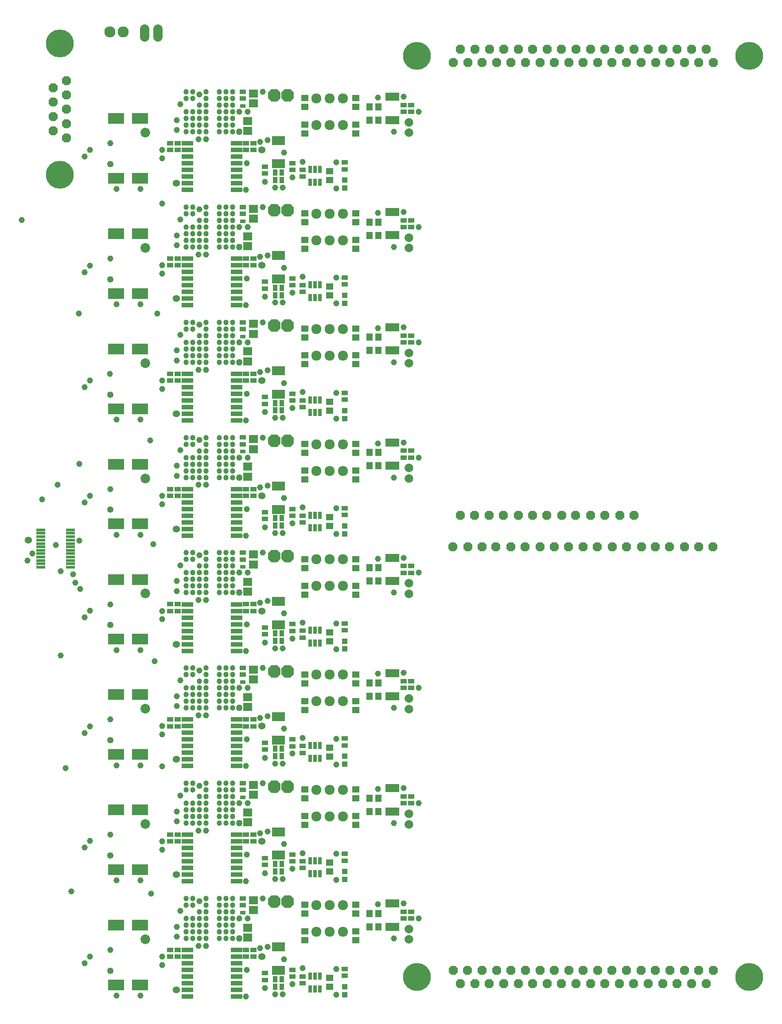
<source format=gts>
G75*
%MOIN*%
%OFA0B0*%
%FSLAX25Y25*%
%IPPOS*%
%LPD*%
%AMOC8*
5,1,8,0,0,1.08239X$1,22.5*
%
%ADD10R,0.04528X0.03740*%
%ADD11R,0.02984X0.05784*%
%ADD12R,0.03740X0.04528*%
%ADD13R,0.06890X0.06102*%
%ADD14R,0.02184X0.06584*%
%ADD15R,0.08784X0.03184*%
%ADD16C,0.05543*%
%ADD17C,0.06528*%
%ADD18R,0.02784X0.06384*%
%ADD19R,0.02087X0.02677*%
%ADD20R,0.05315X0.04921*%
%ADD21C,0.04055*%
%ADD22OC8,0.06000*%
%ADD23OC8,0.06984*%
%ADD24C,0.20000*%
%ADD25C,0.20984*%
%ADD26R,0.06784X0.02384*%
%ADD27C,0.06000*%
%ADD28C,0.06984*%
%ADD29C,0.07400*%
%ADD30C,0.08384*%
%ADD31R,0.04921X0.05315*%
%ADD32R,0.12008X0.08465*%
%ADD33C,0.07283*%
%ADD34C,0.04921*%
%ADD35R,0.04134X0.04134*%
%ADD36C,0.06600*%
%ADD37C,0.07584*%
%ADD38OC8,0.08500*%
%ADD39OC8,0.09484*%
%ADD40C,0.03575*%
%ADD41C,0.04559*%
%ADD42C,0.04362*%
%ADD43C,0.05346*%
%ADD44C,0.03969*%
%ADD45C,0.04953*%
D10*
X0154925Y0124272D03*
X0154925Y0129390D03*
X0160550Y0129390D03*
X0160550Y0124272D03*
X0211800Y0124272D03*
X0211800Y0129390D03*
X0217425Y0129390D03*
X0217425Y0124272D03*
X0226175Y0111890D03*
X0226175Y0106772D03*
X0246800Y0109272D03*
X0246800Y0114390D03*
X0254300Y0109390D03*
X0254300Y0104272D03*
X0286175Y0109897D03*
X0286175Y0115015D03*
X0330550Y0153022D03*
X0330550Y0158140D03*
X0336175Y0158140D03*
X0336175Y0153022D03*
X0286175Y0196511D03*
X0286175Y0201629D03*
X0254300Y0196004D03*
X0254300Y0190886D03*
X0246800Y0195886D03*
X0246800Y0201004D03*
X0226175Y0198504D03*
X0226175Y0193386D03*
X0217425Y0210886D03*
X0217425Y0216004D03*
X0211800Y0216004D03*
X0211800Y0210886D03*
X0209300Y0249636D03*
X0209300Y0254754D03*
X0226175Y0280000D03*
X0226175Y0285118D03*
X0217425Y0297500D03*
X0217425Y0302618D03*
X0211800Y0302618D03*
X0211800Y0297500D03*
X0209300Y0336250D03*
X0209300Y0341368D03*
X0226175Y0366614D03*
X0226175Y0371732D03*
X0217425Y0384114D03*
X0217425Y0389232D03*
X0211800Y0389232D03*
X0211800Y0384114D03*
X0209300Y0422864D03*
X0209300Y0427982D03*
X0226175Y0453228D03*
X0226175Y0458347D03*
X0217425Y0470728D03*
X0217425Y0475847D03*
X0211800Y0475847D03*
X0211800Y0470728D03*
X0209300Y0509478D03*
X0209300Y0514597D03*
X0226175Y0539843D03*
X0226175Y0544961D03*
X0217425Y0557343D03*
X0217425Y0562461D03*
X0211800Y0562461D03*
X0211800Y0557343D03*
X0209300Y0596093D03*
X0209300Y0601211D03*
X0226175Y0626457D03*
X0226175Y0631575D03*
X0217425Y0643957D03*
X0217425Y0649075D03*
X0211800Y0649075D03*
X0211800Y0643957D03*
X0209300Y0682707D03*
X0209300Y0687825D03*
X0226175Y0713071D03*
X0226175Y0718189D03*
X0217425Y0730571D03*
X0217425Y0735689D03*
X0211800Y0735689D03*
X0211800Y0730571D03*
X0209300Y0769321D03*
X0209300Y0774439D03*
X0246800Y0720689D03*
X0246800Y0715571D03*
X0254300Y0715689D03*
X0254300Y0710571D03*
X0286175Y0716196D03*
X0286175Y0721314D03*
X0330550Y0759321D03*
X0330550Y0764439D03*
X0336175Y0764439D03*
X0336175Y0759321D03*
X0336175Y0677825D03*
X0336175Y0672707D03*
X0330550Y0672707D03*
X0330550Y0677825D03*
X0286175Y0634700D03*
X0286175Y0629582D03*
X0254300Y0629075D03*
X0254300Y0623957D03*
X0246800Y0628957D03*
X0246800Y0634075D03*
X0246800Y0547461D03*
X0246800Y0542343D03*
X0254300Y0542461D03*
X0254300Y0537343D03*
X0286175Y0542968D03*
X0286175Y0548086D03*
X0330550Y0586093D03*
X0330550Y0591211D03*
X0336175Y0591211D03*
X0336175Y0586093D03*
X0336175Y0504597D03*
X0336175Y0499478D03*
X0330550Y0499478D03*
X0330550Y0504597D03*
X0286175Y0461472D03*
X0286175Y0456353D03*
X0254300Y0455847D03*
X0254300Y0450728D03*
X0246800Y0455728D03*
X0246800Y0460847D03*
X0246800Y0374232D03*
X0246800Y0369114D03*
X0254300Y0369232D03*
X0254300Y0364114D03*
X0286175Y0369739D03*
X0286175Y0374857D03*
X0330550Y0412864D03*
X0330550Y0417982D03*
X0336175Y0417982D03*
X0336175Y0412864D03*
X0336175Y0331368D03*
X0336175Y0326250D03*
X0330550Y0326250D03*
X0330550Y0331368D03*
X0286175Y0288243D03*
X0286175Y0283125D03*
X0254300Y0282618D03*
X0254300Y0277500D03*
X0246800Y0282500D03*
X0246800Y0287618D03*
X0209300Y0168140D03*
X0209300Y0163022D03*
X0160550Y0210886D03*
X0160550Y0216004D03*
X0154925Y0216004D03*
X0154925Y0210886D03*
X0154925Y0297500D03*
X0154925Y0302618D03*
X0160550Y0302618D03*
X0160550Y0297500D03*
X0160550Y0384114D03*
X0160550Y0389232D03*
X0154925Y0389232D03*
X0154925Y0384114D03*
X0154925Y0470728D03*
X0154925Y0475847D03*
X0160550Y0475847D03*
X0160550Y0470728D03*
X0160550Y0557343D03*
X0160550Y0562461D03*
X0154925Y0562461D03*
X0154925Y0557343D03*
X0154925Y0643957D03*
X0154925Y0649075D03*
X0160550Y0649075D03*
X0160550Y0643957D03*
X0160550Y0730571D03*
X0160550Y0735689D03*
X0154925Y0735689D03*
X0154925Y0730571D03*
X0330550Y0244754D03*
X0330550Y0239636D03*
X0336175Y0239636D03*
X0336175Y0244754D03*
D11*
X0267375Y0273384D03*
X0263675Y0273384D03*
X0259975Y0273384D03*
X0259975Y0282984D03*
X0263675Y0282984D03*
X0267375Y0282984D03*
X0267375Y0359998D03*
X0263675Y0359998D03*
X0259975Y0359998D03*
X0259975Y0369598D03*
X0263675Y0369598D03*
X0267375Y0369598D03*
X0267375Y0446612D03*
X0263675Y0446612D03*
X0259975Y0446612D03*
X0259975Y0456212D03*
X0263675Y0456212D03*
X0267375Y0456212D03*
X0267375Y0533227D03*
X0263675Y0533227D03*
X0259975Y0533227D03*
X0259975Y0542827D03*
X0263675Y0542827D03*
X0267375Y0542827D03*
X0267375Y0619841D03*
X0263675Y0619841D03*
X0259975Y0619841D03*
X0259975Y0629441D03*
X0263675Y0629441D03*
X0267375Y0629441D03*
X0267375Y0706455D03*
X0263675Y0706455D03*
X0259975Y0706455D03*
X0259975Y0716055D03*
X0263675Y0716055D03*
X0267375Y0716055D03*
X0267375Y0196370D03*
X0263675Y0196370D03*
X0259975Y0196370D03*
X0259975Y0186770D03*
X0263675Y0186770D03*
X0267375Y0186770D03*
X0267375Y0109756D03*
X0263675Y0109756D03*
X0259975Y0109756D03*
X0259975Y0100156D03*
X0263675Y0100156D03*
X0267375Y0100156D03*
D12*
X0238734Y0101831D03*
X0233616Y0101831D03*
X0233616Y0107456D03*
X0238734Y0107456D03*
X0238734Y0188445D03*
X0233616Y0188445D03*
X0233616Y0194070D03*
X0238734Y0194070D03*
X0238734Y0275059D03*
X0233616Y0275059D03*
X0233616Y0280684D03*
X0238734Y0280684D03*
X0238734Y0361673D03*
X0233616Y0361673D03*
X0233616Y0367298D03*
X0238734Y0367298D03*
X0238734Y0448287D03*
X0233616Y0448287D03*
X0233616Y0453912D03*
X0238734Y0453912D03*
X0238734Y0534902D03*
X0233616Y0534902D03*
X0233616Y0540527D03*
X0238734Y0540527D03*
X0238734Y0621516D03*
X0233616Y0621516D03*
X0233616Y0627141D03*
X0238734Y0627141D03*
X0238734Y0708130D03*
X0233616Y0708130D03*
X0233616Y0713755D03*
X0238734Y0713755D03*
D13*
X0217425Y0686506D03*
X0217425Y0679026D03*
X0213050Y0665881D03*
X0213050Y0658401D03*
X0217425Y0599892D03*
X0217425Y0592411D03*
X0213050Y0579267D03*
X0213050Y0571786D03*
X0217425Y0513278D03*
X0217425Y0505797D03*
X0213050Y0492653D03*
X0213050Y0485172D03*
X0217425Y0426663D03*
X0217425Y0419183D03*
X0213050Y0406038D03*
X0213050Y0398558D03*
X0217425Y0340049D03*
X0217425Y0332569D03*
X0213050Y0319424D03*
X0213050Y0311944D03*
X0217425Y0253435D03*
X0217425Y0245955D03*
X0213050Y0232810D03*
X0213050Y0225330D03*
X0217425Y0166821D03*
X0217425Y0159341D03*
X0213050Y0146196D03*
X0213050Y0138716D03*
X0213050Y0745015D03*
X0213050Y0752495D03*
X0217425Y0765640D03*
X0217425Y0773120D03*
D14*
X0232431Y0737867D03*
X0234331Y0737867D03*
X0236331Y0737867D03*
X0238331Y0737867D03*
X0240231Y0737867D03*
X0240231Y0720267D03*
X0238331Y0720267D03*
X0236331Y0720267D03*
X0234331Y0720267D03*
X0232431Y0720267D03*
X0232431Y0651253D03*
X0234331Y0651253D03*
X0236331Y0651253D03*
X0238331Y0651253D03*
X0240231Y0651253D03*
X0240231Y0633653D03*
X0238331Y0633653D03*
X0236331Y0633653D03*
X0234331Y0633653D03*
X0232431Y0633653D03*
X0232431Y0564639D03*
X0234331Y0564639D03*
X0236331Y0564639D03*
X0238331Y0564639D03*
X0240231Y0564639D03*
X0240231Y0547039D03*
X0238331Y0547039D03*
X0236331Y0547039D03*
X0234331Y0547039D03*
X0232431Y0547039D03*
X0232431Y0478025D03*
X0234331Y0478025D03*
X0236331Y0478025D03*
X0238331Y0478025D03*
X0240231Y0478025D03*
X0240231Y0460425D03*
X0238331Y0460425D03*
X0236331Y0460425D03*
X0234331Y0460425D03*
X0232431Y0460425D03*
X0232431Y0391411D03*
X0234331Y0391411D03*
X0236331Y0391411D03*
X0238331Y0391411D03*
X0240231Y0391411D03*
X0240231Y0373811D03*
X0238331Y0373811D03*
X0236331Y0373811D03*
X0234331Y0373811D03*
X0232431Y0373811D03*
X0232431Y0304797D03*
X0234331Y0304797D03*
X0236331Y0304797D03*
X0238331Y0304797D03*
X0240231Y0304797D03*
X0240231Y0287197D03*
X0238331Y0287197D03*
X0236331Y0287197D03*
X0234331Y0287197D03*
X0232431Y0287197D03*
X0232431Y0218182D03*
X0234331Y0218182D03*
X0236331Y0218182D03*
X0238331Y0218182D03*
X0240231Y0218182D03*
X0240231Y0200582D03*
X0238331Y0200582D03*
X0236331Y0200582D03*
X0234331Y0200582D03*
X0232431Y0200582D03*
X0232431Y0131568D03*
X0234331Y0131568D03*
X0236331Y0131568D03*
X0238331Y0131568D03*
X0240231Y0131568D03*
X0240231Y0113968D03*
X0238331Y0113968D03*
X0236331Y0113968D03*
X0234331Y0113968D03*
X0232431Y0113968D03*
D15*
X0204675Y0114331D03*
X0204675Y0119331D03*
X0204675Y0124331D03*
X0204675Y0129331D03*
X0204675Y0109331D03*
X0204675Y0104331D03*
X0204675Y0099331D03*
X0204675Y0094331D03*
X0167675Y0094331D03*
X0167675Y0099331D03*
X0167675Y0104331D03*
X0167675Y0109331D03*
X0167675Y0114331D03*
X0167675Y0119331D03*
X0167675Y0124331D03*
X0167675Y0129331D03*
X0167675Y0180945D03*
X0167675Y0185945D03*
X0167675Y0190945D03*
X0167675Y0195945D03*
X0167675Y0200945D03*
X0167675Y0205945D03*
X0167675Y0210945D03*
X0167675Y0215945D03*
X0204675Y0215945D03*
X0204675Y0210945D03*
X0204675Y0205945D03*
X0204675Y0200945D03*
X0204675Y0195945D03*
X0204675Y0190945D03*
X0204675Y0185945D03*
X0204675Y0180945D03*
X0204675Y0267559D03*
X0204675Y0272559D03*
X0204675Y0277559D03*
X0204675Y0282559D03*
X0204675Y0287559D03*
X0204675Y0292559D03*
X0204675Y0297559D03*
X0204675Y0302559D03*
X0167675Y0302559D03*
X0167675Y0297559D03*
X0167675Y0292559D03*
X0167675Y0287559D03*
X0167675Y0282559D03*
X0167675Y0277559D03*
X0167675Y0272559D03*
X0167675Y0267559D03*
X0167675Y0354173D03*
X0167675Y0359173D03*
X0167675Y0364173D03*
X0167675Y0369173D03*
X0167675Y0374173D03*
X0167675Y0379173D03*
X0167675Y0384173D03*
X0167675Y0389173D03*
X0204675Y0389173D03*
X0204675Y0384173D03*
X0204675Y0379173D03*
X0204675Y0374173D03*
X0204675Y0369173D03*
X0204675Y0364173D03*
X0204675Y0359173D03*
X0204675Y0354173D03*
X0204675Y0440787D03*
X0204675Y0445787D03*
X0204675Y0450787D03*
X0204675Y0455787D03*
X0204675Y0460787D03*
X0204675Y0465787D03*
X0204675Y0470787D03*
X0204675Y0475787D03*
X0167675Y0475787D03*
X0167675Y0470787D03*
X0167675Y0465787D03*
X0167675Y0460787D03*
X0167675Y0455787D03*
X0167675Y0450787D03*
X0167675Y0445787D03*
X0167675Y0440787D03*
X0167675Y0527402D03*
X0167675Y0532402D03*
X0167675Y0537402D03*
X0167675Y0542402D03*
X0167675Y0547402D03*
X0167675Y0552402D03*
X0167675Y0557402D03*
X0167675Y0562402D03*
X0204675Y0562402D03*
X0204675Y0557402D03*
X0204675Y0552402D03*
X0204675Y0547402D03*
X0204675Y0542402D03*
X0204675Y0537402D03*
X0204675Y0532402D03*
X0204675Y0527402D03*
X0204675Y0614016D03*
X0204675Y0619016D03*
X0204675Y0624016D03*
X0204675Y0629016D03*
X0204675Y0634016D03*
X0204675Y0639016D03*
X0204675Y0644016D03*
X0204675Y0649016D03*
X0167675Y0649016D03*
X0167675Y0644016D03*
X0167675Y0639016D03*
X0167675Y0634016D03*
X0167675Y0629016D03*
X0167675Y0624016D03*
X0167675Y0619016D03*
X0167675Y0614016D03*
X0167675Y0700630D03*
X0167675Y0705630D03*
X0167675Y0710630D03*
X0167675Y0715630D03*
X0167675Y0720630D03*
X0167675Y0725630D03*
X0167675Y0730630D03*
X0167675Y0735630D03*
X0204675Y0735630D03*
X0204675Y0730630D03*
X0204675Y0725630D03*
X0204675Y0720630D03*
X0204675Y0715630D03*
X0204675Y0710630D03*
X0204675Y0705630D03*
X0204675Y0700630D03*
D16*
X0334300Y0664828D03*
X0334300Y0656954D03*
X0334300Y0578214D03*
X0334300Y0570340D03*
X0334300Y0491599D03*
X0334300Y0483725D03*
X0334300Y0404985D03*
X0334300Y0397111D03*
X0334300Y0318371D03*
X0334300Y0310497D03*
X0334300Y0231757D03*
X0334300Y0223883D03*
X0334300Y0145143D03*
X0334300Y0137269D03*
X0334300Y0743568D03*
X0334300Y0751442D03*
D17*
X0334300Y0751442D03*
X0334300Y0743568D03*
X0334300Y0664828D03*
X0334300Y0656954D03*
X0334300Y0578214D03*
X0334300Y0570340D03*
X0334300Y0491599D03*
X0334300Y0483725D03*
X0334300Y0404985D03*
X0334300Y0397111D03*
X0334300Y0318371D03*
X0334300Y0310497D03*
X0334300Y0231757D03*
X0334300Y0223883D03*
X0334300Y0145143D03*
X0334300Y0137269D03*
D18*
X0325600Y0146881D03*
X0323100Y0146881D03*
X0320500Y0146881D03*
X0318000Y0146881D03*
X0318000Y0164281D03*
X0320500Y0164281D03*
X0323100Y0164281D03*
X0325600Y0164281D03*
X0325600Y0233495D03*
X0323100Y0233495D03*
X0320500Y0233495D03*
X0318000Y0233495D03*
X0318000Y0250895D03*
X0320500Y0250895D03*
X0323100Y0250895D03*
X0325600Y0250895D03*
X0325600Y0320109D03*
X0323100Y0320109D03*
X0320500Y0320109D03*
X0318000Y0320109D03*
X0318000Y0337509D03*
X0320500Y0337509D03*
X0323100Y0337509D03*
X0325600Y0337509D03*
X0325600Y0406723D03*
X0323100Y0406723D03*
X0320500Y0406723D03*
X0318000Y0406723D03*
X0318000Y0424123D03*
X0320500Y0424123D03*
X0323100Y0424123D03*
X0325600Y0424123D03*
X0325600Y0493337D03*
X0323100Y0493337D03*
X0320500Y0493337D03*
X0318000Y0493337D03*
X0318000Y0510737D03*
X0320500Y0510737D03*
X0323100Y0510737D03*
X0325600Y0510737D03*
X0325600Y0579952D03*
X0323100Y0579952D03*
X0320500Y0579952D03*
X0318000Y0579952D03*
X0318000Y0597352D03*
X0320500Y0597352D03*
X0323100Y0597352D03*
X0325600Y0597352D03*
X0325600Y0666566D03*
X0323100Y0666566D03*
X0320500Y0666566D03*
X0318000Y0666566D03*
X0318000Y0683966D03*
X0320500Y0683966D03*
X0323100Y0683966D03*
X0325600Y0683966D03*
X0325600Y0753180D03*
X0323100Y0753180D03*
X0320500Y0753180D03*
X0318000Y0753180D03*
X0318000Y0770580D03*
X0320500Y0770580D03*
X0323100Y0770580D03*
X0325600Y0770580D03*
D19*
X0210304Y0763755D03*
X0208296Y0763755D03*
X0208296Y0677141D03*
X0210304Y0677141D03*
X0210304Y0590527D03*
X0208296Y0590527D03*
X0208296Y0503912D03*
X0210304Y0503912D03*
X0210304Y0417298D03*
X0208296Y0417298D03*
X0208296Y0330684D03*
X0210304Y0330684D03*
X0210304Y0244070D03*
X0208296Y0244070D03*
X0208296Y0157456D03*
X0210304Y0157456D03*
D20*
X0256175Y0156609D03*
X0256175Y0163302D03*
X0256175Y0143302D03*
X0256175Y0136609D03*
X0274925Y0108302D03*
X0274925Y0101609D03*
X0294300Y0136609D03*
X0294300Y0143302D03*
X0294300Y0156609D03*
X0294300Y0163302D03*
X0274925Y0188223D03*
X0274925Y0194916D03*
X0256175Y0223223D03*
X0256175Y0229916D03*
X0256175Y0243223D03*
X0256175Y0249916D03*
X0274925Y0274838D03*
X0274925Y0281531D03*
X0256175Y0309838D03*
X0256175Y0316531D03*
X0256175Y0329838D03*
X0256175Y0336531D03*
X0274925Y0361452D03*
X0274925Y0368145D03*
X0256175Y0396452D03*
X0256175Y0403145D03*
X0256175Y0416452D03*
X0256175Y0423145D03*
X0274925Y0448066D03*
X0274925Y0454759D03*
X0256175Y0483066D03*
X0256175Y0489759D03*
X0256175Y0503066D03*
X0256175Y0509759D03*
X0274925Y0534680D03*
X0274925Y0541373D03*
X0256175Y0569680D03*
X0256175Y0576373D03*
X0256175Y0589680D03*
X0256175Y0596373D03*
X0274925Y0621294D03*
X0274925Y0627987D03*
X0294300Y0596373D03*
X0294300Y0589680D03*
X0294300Y0576373D03*
X0294300Y0569680D03*
X0294300Y0509759D03*
X0294300Y0503066D03*
X0294300Y0489759D03*
X0294300Y0483066D03*
X0294300Y0423145D03*
X0294300Y0416452D03*
X0294300Y0403145D03*
X0294300Y0396452D03*
X0294300Y0336531D03*
X0294300Y0329838D03*
X0294300Y0316531D03*
X0294300Y0309838D03*
X0294300Y0249916D03*
X0294300Y0243223D03*
X0294300Y0229916D03*
X0294300Y0223223D03*
X0294300Y0656294D03*
X0294300Y0662987D03*
X0294300Y0676294D03*
X0294300Y0682987D03*
X0274925Y0707909D03*
X0274925Y0714601D03*
X0256175Y0682987D03*
X0256175Y0676294D03*
X0256175Y0662987D03*
X0256175Y0656294D03*
X0256175Y0742909D03*
X0256175Y0749601D03*
X0256175Y0762909D03*
X0256175Y0769601D03*
X0294300Y0769601D03*
X0294300Y0762909D03*
X0294300Y0749601D03*
X0294300Y0742909D03*
D21*
X0201800Y0744380D03*
X0201800Y0749380D03*
X0201800Y0754380D03*
X0201800Y0759380D03*
X0201800Y0764380D03*
X0201800Y0769380D03*
X0201800Y0774380D03*
X0196800Y0774380D03*
X0196800Y0769380D03*
X0196800Y0764380D03*
X0196800Y0759380D03*
X0196800Y0754380D03*
X0196800Y0749380D03*
X0196800Y0744380D03*
X0191800Y0744380D03*
X0191800Y0749380D03*
X0191800Y0754380D03*
X0191800Y0759380D03*
X0191800Y0764380D03*
X0191800Y0769380D03*
X0191800Y0774380D03*
X0181800Y0774380D03*
X0181800Y0769380D03*
X0181800Y0764380D03*
X0176800Y0764380D03*
X0176800Y0759380D03*
X0176800Y0754380D03*
X0181800Y0754380D03*
X0181800Y0759380D03*
X0181800Y0749380D03*
X0176800Y0749380D03*
X0176800Y0744380D03*
X0181800Y0744380D03*
X0171800Y0744380D03*
X0171800Y0749380D03*
X0171800Y0754380D03*
X0171800Y0759380D03*
X0166800Y0759380D03*
X0166800Y0754380D03*
X0166800Y0749380D03*
X0166800Y0744380D03*
X0166800Y0769380D03*
X0166800Y0774380D03*
X0171800Y0774380D03*
X0171800Y0769380D03*
X0171800Y0687766D03*
X0166800Y0687766D03*
X0166800Y0682766D03*
X0171800Y0682766D03*
X0176800Y0677766D03*
X0181800Y0677766D03*
X0181800Y0682766D03*
X0181800Y0687766D03*
X0181800Y0672766D03*
X0176800Y0672766D03*
X0171800Y0672766D03*
X0166800Y0672766D03*
X0166800Y0667766D03*
X0171800Y0667766D03*
X0176800Y0667766D03*
X0181800Y0667766D03*
X0181800Y0662766D03*
X0176800Y0662766D03*
X0171800Y0662766D03*
X0166800Y0662766D03*
X0166800Y0657766D03*
X0171800Y0657766D03*
X0176800Y0657766D03*
X0181800Y0657766D03*
X0191800Y0657766D03*
X0191800Y0662766D03*
X0191800Y0667766D03*
X0191800Y0672766D03*
X0191800Y0677766D03*
X0191800Y0682766D03*
X0191800Y0687766D03*
X0196800Y0687766D03*
X0201800Y0687766D03*
X0201800Y0682766D03*
X0196800Y0682766D03*
X0196800Y0677766D03*
X0201800Y0677766D03*
X0201800Y0672766D03*
X0196800Y0672766D03*
X0196800Y0667766D03*
X0201800Y0667766D03*
X0201800Y0662766D03*
X0196800Y0662766D03*
X0196800Y0657766D03*
X0201800Y0657766D03*
X0201800Y0601152D03*
X0196800Y0601152D03*
X0191800Y0601152D03*
X0191800Y0596152D03*
X0196800Y0596152D03*
X0201800Y0596152D03*
X0201800Y0591152D03*
X0196800Y0591152D03*
X0191800Y0591152D03*
X0191800Y0586152D03*
X0196800Y0586152D03*
X0201800Y0586152D03*
X0201800Y0581152D03*
X0196800Y0581152D03*
X0191800Y0581152D03*
X0191800Y0576152D03*
X0196800Y0576152D03*
X0201800Y0576152D03*
X0201800Y0571152D03*
X0196800Y0571152D03*
X0191800Y0571152D03*
X0181800Y0571152D03*
X0181800Y0576152D03*
X0181800Y0581152D03*
X0181800Y0586152D03*
X0181800Y0591152D03*
X0181800Y0596152D03*
X0181800Y0601152D03*
X0171800Y0601152D03*
X0166800Y0601152D03*
X0166800Y0596152D03*
X0171800Y0596152D03*
X0176800Y0591152D03*
X0176800Y0586152D03*
X0171800Y0586152D03*
X0166800Y0586152D03*
X0166800Y0581152D03*
X0171800Y0581152D03*
X0176800Y0581152D03*
X0176800Y0576152D03*
X0171800Y0576152D03*
X0166800Y0576152D03*
X0166800Y0571152D03*
X0171800Y0571152D03*
X0176800Y0571152D03*
X0171800Y0514537D03*
X0171800Y0509537D03*
X0166800Y0509537D03*
X0166800Y0514537D03*
X0166800Y0499537D03*
X0166800Y0494537D03*
X0166800Y0489537D03*
X0166800Y0484537D03*
X0171800Y0484537D03*
X0176800Y0484537D03*
X0181800Y0484537D03*
X0181800Y0489537D03*
X0176800Y0489537D03*
X0171800Y0489537D03*
X0171800Y0494537D03*
X0176800Y0494537D03*
X0181800Y0494537D03*
X0181800Y0499537D03*
X0176800Y0499537D03*
X0171800Y0499537D03*
X0176800Y0504537D03*
X0181800Y0504537D03*
X0181800Y0509537D03*
X0181800Y0514537D03*
X0191800Y0514537D03*
X0191800Y0509537D03*
X0191800Y0504537D03*
X0191800Y0499537D03*
X0191800Y0494537D03*
X0191800Y0489537D03*
X0191800Y0484537D03*
X0196800Y0484537D03*
X0201800Y0484537D03*
X0201800Y0489537D03*
X0196800Y0489537D03*
X0196800Y0494537D03*
X0201800Y0494537D03*
X0201800Y0499537D03*
X0196800Y0499537D03*
X0196800Y0504537D03*
X0201800Y0504537D03*
X0201800Y0509537D03*
X0196800Y0509537D03*
X0196800Y0514537D03*
X0201800Y0514537D03*
X0201800Y0427923D03*
X0201800Y0422923D03*
X0201800Y0417923D03*
X0201800Y0412923D03*
X0201800Y0407923D03*
X0201800Y0402923D03*
X0201800Y0397923D03*
X0196800Y0397923D03*
X0191800Y0397923D03*
X0191800Y0402923D03*
X0196800Y0402923D03*
X0196800Y0407923D03*
X0191800Y0407923D03*
X0191800Y0412923D03*
X0196800Y0412923D03*
X0196800Y0417923D03*
X0191800Y0417923D03*
X0191800Y0422923D03*
X0196800Y0422923D03*
X0196800Y0427923D03*
X0191800Y0427923D03*
X0181800Y0427923D03*
X0181800Y0422923D03*
X0181800Y0417923D03*
X0181800Y0412923D03*
X0181800Y0407923D03*
X0181800Y0402923D03*
X0181800Y0397923D03*
X0176800Y0397923D03*
X0171800Y0397923D03*
X0166800Y0397923D03*
X0166800Y0402923D03*
X0171800Y0402923D03*
X0176800Y0402923D03*
X0176800Y0407923D03*
X0171800Y0407923D03*
X0166800Y0407923D03*
X0166800Y0412923D03*
X0171800Y0412923D03*
X0176800Y0412923D03*
X0176800Y0417923D03*
X0171800Y0422923D03*
X0166800Y0422923D03*
X0166800Y0427923D03*
X0171800Y0427923D03*
X0171800Y0341309D03*
X0171800Y0336309D03*
X0166800Y0336309D03*
X0166800Y0341309D03*
X0176800Y0331309D03*
X0176800Y0326309D03*
X0176800Y0321309D03*
X0176800Y0316309D03*
X0176800Y0311309D03*
X0181800Y0311309D03*
X0181800Y0316309D03*
X0181800Y0321309D03*
X0181800Y0326309D03*
X0181800Y0331309D03*
X0181800Y0336309D03*
X0181800Y0341309D03*
X0191800Y0341309D03*
X0191800Y0336309D03*
X0191800Y0331309D03*
X0191800Y0326309D03*
X0191800Y0321309D03*
X0191800Y0316309D03*
X0191800Y0311309D03*
X0196800Y0311309D03*
X0201800Y0311309D03*
X0201800Y0316309D03*
X0196800Y0316309D03*
X0196800Y0321309D03*
X0201800Y0321309D03*
X0201800Y0326309D03*
X0196800Y0326309D03*
X0196800Y0331309D03*
X0201800Y0331309D03*
X0201800Y0336309D03*
X0196800Y0336309D03*
X0196800Y0341309D03*
X0201800Y0341309D03*
X0171800Y0326309D03*
X0171800Y0321309D03*
X0171800Y0316309D03*
X0171800Y0311309D03*
X0166800Y0311309D03*
X0166800Y0316309D03*
X0166800Y0321309D03*
X0166800Y0326309D03*
X0166800Y0254695D03*
X0171800Y0254695D03*
X0171800Y0249695D03*
X0166800Y0249695D03*
X0166800Y0239695D03*
X0171800Y0239695D03*
X0176800Y0239695D03*
X0176800Y0244695D03*
X0181800Y0244695D03*
X0181800Y0249695D03*
X0181800Y0254695D03*
X0191800Y0254695D03*
X0196800Y0254695D03*
X0201800Y0254695D03*
X0201800Y0249695D03*
X0196800Y0249695D03*
X0191800Y0249695D03*
X0191800Y0244695D03*
X0196800Y0244695D03*
X0201800Y0244695D03*
X0201800Y0239695D03*
X0196800Y0239695D03*
X0191800Y0239695D03*
X0191800Y0234695D03*
X0196800Y0234695D03*
X0201800Y0234695D03*
X0201800Y0229695D03*
X0196800Y0229695D03*
X0191800Y0229695D03*
X0191800Y0224695D03*
X0196800Y0224695D03*
X0201800Y0224695D03*
X0181800Y0224695D03*
X0181800Y0229695D03*
X0181800Y0234695D03*
X0181800Y0239695D03*
X0176800Y0234695D03*
X0171800Y0234695D03*
X0166800Y0234695D03*
X0166800Y0229695D03*
X0171800Y0229695D03*
X0176800Y0229695D03*
X0176800Y0224695D03*
X0171800Y0224695D03*
X0166800Y0224695D03*
X0166800Y0168081D03*
X0171800Y0168081D03*
X0171800Y0163081D03*
X0166800Y0163081D03*
X0166800Y0153081D03*
X0171800Y0153081D03*
X0176800Y0153081D03*
X0176800Y0158081D03*
X0181800Y0158081D03*
X0181800Y0163081D03*
X0181800Y0168081D03*
X0191800Y0168081D03*
X0196800Y0168081D03*
X0201800Y0168081D03*
X0201800Y0163081D03*
X0196800Y0163081D03*
X0191800Y0163081D03*
X0191800Y0158081D03*
X0196800Y0158081D03*
X0201800Y0158081D03*
X0201800Y0153081D03*
X0196800Y0153081D03*
X0191800Y0153081D03*
X0191800Y0148081D03*
X0196800Y0148081D03*
X0201800Y0148081D03*
X0201800Y0143081D03*
X0196800Y0143081D03*
X0191800Y0143081D03*
X0191800Y0138081D03*
X0196800Y0138081D03*
X0201800Y0138081D03*
X0181800Y0138081D03*
X0181800Y0143081D03*
X0181800Y0148081D03*
X0181800Y0153081D03*
X0176800Y0148081D03*
X0171800Y0148081D03*
X0166800Y0148081D03*
X0166800Y0143081D03*
X0171800Y0143081D03*
X0176800Y0143081D03*
X0176800Y0138081D03*
X0171800Y0138081D03*
X0166800Y0138081D03*
D22*
X0367750Y0114016D03*
X0378550Y0114016D03*
X0389450Y0114016D03*
X0400350Y0114016D03*
X0411150Y0114016D03*
X0422050Y0114016D03*
X0432950Y0114016D03*
X0443850Y0114016D03*
X0454650Y0114016D03*
X0465550Y0114016D03*
X0476450Y0114016D03*
X0487250Y0114016D03*
X0498150Y0114016D03*
X0509050Y0114016D03*
X0519850Y0114016D03*
X0530750Y0114016D03*
X0541650Y0114016D03*
X0552450Y0114016D03*
X0563350Y0114016D03*
X0557950Y0104016D03*
X0547050Y0104016D03*
X0536150Y0104016D03*
X0525350Y0104016D03*
X0514450Y0104016D03*
X0503550Y0104016D03*
X0492750Y0104016D03*
X0481850Y0104016D03*
X0470950Y0104016D03*
X0460150Y0104016D03*
X0449250Y0104016D03*
X0438350Y0104016D03*
X0427550Y0104016D03*
X0416650Y0104016D03*
X0405750Y0104016D03*
X0394850Y0104016D03*
X0384050Y0104016D03*
X0373150Y0104016D03*
X0378675Y0432357D03*
X0389300Y0432357D03*
X0399925Y0432357D03*
X0411175Y0432357D03*
X0421800Y0432357D03*
X0433050Y0432357D03*
X0443675Y0432357D03*
X0454300Y0432357D03*
X0465550Y0432357D03*
X0476175Y0432357D03*
X0487425Y0432357D03*
X0498050Y0432357D03*
X0509300Y0432357D03*
X0519925Y0432357D03*
X0530550Y0432357D03*
X0541800Y0432357D03*
X0552425Y0432357D03*
X0563050Y0432357D03*
X0503675Y0456107D03*
X0493050Y0456107D03*
X0481800Y0456107D03*
X0471175Y0456107D03*
X0459925Y0456107D03*
X0449300Y0456107D03*
X0438050Y0456107D03*
X0427425Y0456107D03*
X0416800Y0456107D03*
X0405550Y0456107D03*
X0394925Y0456107D03*
X0383675Y0456107D03*
X0373050Y0456107D03*
X0367425Y0432357D03*
X0367750Y0796255D03*
X0373150Y0806255D03*
X0378650Y0796255D03*
X0384050Y0806255D03*
X0389450Y0796255D03*
X0400350Y0796255D03*
X0394950Y0806255D03*
X0405750Y0806255D03*
X0411250Y0796255D03*
X0416650Y0806255D03*
X0422050Y0796255D03*
X0427550Y0806255D03*
X0432950Y0796255D03*
X0438350Y0806255D03*
X0449250Y0806255D03*
X0443850Y0796255D03*
X0454650Y0796255D03*
X0460150Y0806255D03*
X0465550Y0796255D03*
X0470950Y0806255D03*
X0476450Y0796255D03*
X0481850Y0806255D03*
X0487250Y0796255D03*
X0492750Y0806255D03*
X0503650Y0806255D03*
X0509050Y0796255D03*
X0498150Y0796255D03*
X0514450Y0806255D03*
X0519950Y0796255D03*
X0525350Y0806255D03*
X0530750Y0796255D03*
X0536250Y0806255D03*
X0541650Y0796255D03*
X0552550Y0796255D03*
X0557950Y0806255D03*
X0547050Y0806255D03*
X0563350Y0796255D03*
X0076800Y0782855D03*
X0076800Y0772055D03*
X0076800Y0761255D03*
X0066800Y0755855D03*
X0066800Y0745055D03*
X0076800Y0739655D03*
X0076800Y0750455D03*
X0066800Y0766655D03*
X0066800Y0777455D03*
D23*
X0066800Y0777455D03*
X0076800Y0772055D03*
X0076800Y0761255D03*
X0066800Y0755855D03*
X0066800Y0745055D03*
X0076800Y0739655D03*
X0076800Y0750455D03*
X0066800Y0766655D03*
X0076800Y0782855D03*
X0367750Y0796255D03*
X0373150Y0806255D03*
X0378650Y0796255D03*
X0384050Y0806255D03*
X0389450Y0796255D03*
X0400350Y0796255D03*
X0394950Y0806255D03*
X0405750Y0806255D03*
X0411250Y0796255D03*
X0416650Y0806255D03*
X0422050Y0796255D03*
X0427550Y0806255D03*
X0432950Y0796255D03*
X0438350Y0806255D03*
X0449250Y0806255D03*
X0443850Y0796255D03*
X0454650Y0796255D03*
X0460150Y0806255D03*
X0465550Y0796255D03*
X0470950Y0806255D03*
X0476450Y0796255D03*
X0481850Y0806255D03*
X0487250Y0796255D03*
X0492750Y0806255D03*
X0503650Y0806255D03*
X0509050Y0796255D03*
X0498150Y0796255D03*
X0514450Y0806255D03*
X0519950Y0796255D03*
X0525350Y0806255D03*
X0530750Y0796255D03*
X0536250Y0806255D03*
X0541650Y0796255D03*
X0552550Y0796255D03*
X0557950Y0806255D03*
X0547050Y0806255D03*
X0563350Y0796255D03*
X0503675Y0456107D03*
X0493050Y0456107D03*
X0481800Y0456107D03*
X0471175Y0456107D03*
X0459925Y0456107D03*
X0449300Y0456107D03*
X0438050Y0456107D03*
X0427425Y0456107D03*
X0416800Y0456107D03*
X0405550Y0456107D03*
X0394925Y0456107D03*
X0383675Y0456107D03*
X0373050Y0456107D03*
X0367425Y0432357D03*
X0378675Y0432357D03*
X0389300Y0432357D03*
X0399925Y0432357D03*
X0411175Y0432357D03*
X0421800Y0432357D03*
X0433050Y0432357D03*
X0443675Y0432357D03*
X0454300Y0432357D03*
X0465550Y0432357D03*
X0476175Y0432357D03*
X0487425Y0432357D03*
X0498050Y0432357D03*
X0509300Y0432357D03*
X0519925Y0432357D03*
X0530550Y0432357D03*
X0541800Y0432357D03*
X0552425Y0432357D03*
X0563050Y0432357D03*
X0563350Y0114016D03*
X0552450Y0114016D03*
X0541650Y0114016D03*
X0530750Y0114016D03*
X0519850Y0114016D03*
X0509050Y0114016D03*
X0498150Y0114016D03*
X0487250Y0114016D03*
X0476450Y0114016D03*
X0465550Y0114016D03*
X0454650Y0114016D03*
X0443850Y0114016D03*
X0432950Y0114016D03*
X0422050Y0114016D03*
X0411150Y0114016D03*
X0400350Y0114016D03*
X0389450Y0114016D03*
X0378550Y0114016D03*
X0367750Y0114016D03*
X0373150Y0104016D03*
X0384050Y0104016D03*
X0394850Y0104016D03*
X0405750Y0104016D03*
X0416650Y0104016D03*
X0427550Y0104016D03*
X0438350Y0104016D03*
X0449250Y0104016D03*
X0460150Y0104016D03*
X0470950Y0104016D03*
X0481850Y0104016D03*
X0492750Y0104016D03*
X0503550Y0104016D03*
X0514450Y0104016D03*
X0525350Y0104016D03*
X0536150Y0104016D03*
X0547050Y0104016D03*
X0557950Y0104016D03*
D24*
X0590550Y0109016D03*
X0340550Y0109016D03*
X0071800Y0711955D03*
X0071800Y0810555D03*
X0340550Y0801255D03*
X0590550Y0801255D03*
D25*
X0590550Y0801255D03*
X0340550Y0801255D03*
X0071800Y0810555D03*
X0071800Y0711955D03*
X0340550Y0109016D03*
X0590550Y0109016D03*
D26*
X0079775Y0416963D03*
X0079775Y0419563D03*
X0079775Y0422063D03*
X0079775Y0424663D03*
X0079775Y0427263D03*
X0079775Y0429763D03*
X0079775Y0432363D03*
X0079775Y0434863D03*
X0079775Y0437463D03*
X0079775Y0440063D03*
X0079775Y0442563D03*
X0079775Y0445163D03*
X0057575Y0445163D03*
X0057575Y0442563D03*
X0057575Y0440063D03*
X0057575Y0437463D03*
X0057575Y0434863D03*
X0057575Y0432363D03*
X0057575Y0429763D03*
X0057575Y0427263D03*
X0057575Y0424663D03*
X0057575Y0422063D03*
X0057575Y0419563D03*
X0057575Y0416963D03*
D27*
X0135550Y0815755D02*
X0135550Y0821755D01*
X0145550Y0821755D02*
X0145550Y0815755D01*
D28*
X0145550Y0821755D01*
X0135550Y0821755D02*
X0135550Y0815755D01*
D29*
X0119300Y0819380D03*
X0109300Y0819380D03*
D30*
X0109300Y0819380D03*
X0119300Y0819380D03*
D31*
X0304704Y0763130D03*
X0311396Y0763130D03*
X0311396Y0753130D03*
X0304704Y0753130D03*
X0304704Y0676516D03*
X0311396Y0676516D03*
X0311396Y0666516D03*
X0304704Y0666516D03*
X0304704Y0589902D03*
X0311396Y0589902D03*
X0311396Y0579902D03*
X0304704Y0579902D03*
X0304704Y0503287D03*
X0311396Y0503287D03*
X0311396Y0493287D03*
X0304704Y0493287D03*
X0304704Y0416673D03*
X0311396Y0416673D03*
X0311396Y0406673D03*
X0304704Y0406673D03*
X0304704Y0330059D03*
X0311396Y0330059D03*
X0311396Y0320059D03*
X0304704Y0320059D03*
X0304704Y0243445D03*
X0311396Y0243445D03*
X0311396Y0233445D03*
X0304704Y0233445D03*
X0304704Y0156831D03*
X0311396Y0156831D03*
X0311396Y0146831D03*
X0304704Y0146831D03*
D32*
X0132105Y0148022D03*
X0113995Y0148022D03*
X0113995Y0189754D03*
X0132105Y0189754D03*
X0132105Y0234636D03*
X0113995Y0234636D03*
X0113995Y0276368D03*
X0132105Y0276368D03*
X0132105Y0321250D03*
X0113995Y0321250D03*
X0113995Y0362982D03*
X0132105Y0362982D03*
X0132105Y0407864D03*
X0113995Y0407864D03*
X0113995Y0449597D03*
X0132105Y0449597D03*
X0132105Y0494478D03*
X0113995Y0494478D03*
X0113995Y0536211D03*
X0132105Y0536211D03*
X0132105Y0581093D03*
X0113995Y0581093D03*
X0113995Y0622825D03*
X0132105Y0622825D03*
X0132105Y0667707D03*
X0113995Y0667707D03*
X0113995Y0709439D03*
X0132105Y0709439D03*
X0132105Y0754321D03*
X0113995Y0754321D03*
X0113995Y0103140D03*
X0132105Y0103140D03*
D33*
X0136239Y0137392D03*
X0136239Y0224006D03*
X0136239Y0310620D03*
X0136239Y0397234D03*
X0136239Y0483848D03*
X0136239Y0570463D03*
X0136239Y0657077D03*
X0136239Y0743691D03*
D34*
X0109861Y0720069D03*
X0109861Y0633455D03*
X0109861Y0546841D03*
X0109861Y0460226D03*
X0109861Y0373612D03*
X0109861Y0286998D03*
X0109861Y0200384D03*
X0109861Y0113770D03*
D35*
X0286175Y0101659D03*
X0286175Y0095753D03*
X0286175Y0182367D03*
X0286175Y0188273D03*
X0286175Y0268981D03*
X0286175Y0274887D03*
X0286175Y0355596D03*
X0286175Y0361501D03*
X0286175Y0442210D03*
X0286175Y0448115D03*
X0286175Y0528824D03*
X0286175Y0534729D03*
X0286175Y0615438D03*
X0286175Y0621344D03*
X0286175Y0702052D03*
X0286175Y0707958D03*
D36*
X0284925Y0682766D03*
X0274925Y0682766D03*
X0264925Y0682766D03*
X0264925Y0662766D03*
X0274925Y0662766D03*
X0284925Y0662766D03*
X0284925Y0596152D03*
X0274925Y0596152D03*
X0264925Y0596152D03*
X0264925Y0576152D03*
X0274925Y0576152D03*
X0284925Y0576152D03*
X0284925Y0509537D03*
X0274925Y0509537D03*
X0264925Y0509537D03*
X0264925Y0489537D03*
X0274925Y0489537D03*
X0284925Y0489537D03*
X0284925Y0422923D03*
X0274925Y0422923D03*
X0264925Y0422923D03*
X0264925Y0402923D03*
X0274925Y0402923D03*
X0284925Y0402923D03*
X0284925Y0336309D03*
X0274925Y0336309D03*
X0264925Y0336309D03*
X0264925Y0316309D03*
X0274925Y0316309D03*
X0284925Y0316309D03*
X0284925Y0249695D03*
X0274925Y0249695D03*
X0264925Y0249695D03*
X0264925Y0229695D03*
X0274925Y0229695D03*
X0284925Y0229695D03*
X0284925Y0163081D03*
X0274925Y0163081D03*
X0264925Y0163081D03*
X0264925Y0143081D03*
X0274925Y0143081D03*
X0284925Y0143081D03*
X0284925Y0749380D03*
X0274925Y0749380D03*
X0264925Y0749380D03*
X0264925Y0769380D03*
X0274925Y0769380D03*
X0284925Y0769380D03*
D37*
X0284925Y0769380D03*
X0274925Y0769380D03*
X0264925Y0769380D03*
X0264925Y0749380D03*
X0274925Y0749380D03*
X0284925Y0749380D03*
X0284925Y0682766D03*
X0274925Y0682766D03*
X0264925Y0682766D03*
X0264925Y0662766D03*
X0274925Y0662766D03*
X0284925Y0662766D03*
X0284925Y0596152D03*
X0274925Y0596152D03*
X0264925Y0596152D03*
X0264925Y0576152D03*
X0274925Y0576152D03*
X0284925Y0576152D03*
X0284925Y0509537D03*
X0274925Y0509537D03*
X0264925Y0509537D03*
X0264925Y0489537D03*
X0274925Y0489537D03*
X0284925Y0489537D03*
X0284925Y0422923D03*
X0274925Y0422923D03*
X0264925Y0422923D03*
X0264925Y0402923D03*
X0274925Y0402923D03*
X0284925Y0402923D03*
X0284925Y0336309D03*
X0274925Y0336309D03*
X0264925Y0336309D03*
X0264925Y0316309D03*
X0274925Y0316309D03*
X0284925Y0316309D03*
X0284925Y0249695D03*
X0274925Y0249695D03*
X0264925Y0249695D03*
X0264925Y0229695D03*
X0274925Y0229695D03*
X0284925Y0229695D03*
X0284925Y0163081D03*
X0274925Y0163081D03*
X0264925Y0163081D03*
X0264925Y0143081D03*
X0274925Y0143081D03*
X0284925Y0143081D03*
D38*
X0243050Y0165581D03*
X0233050Y0165581D03*
X0233050Y0252195D03*
X0243050Y0252195D03*
X0243050Y0338809D03*
X0233050Y0338809D03*
X0233050Y0425423D03*
X0243050Y0425423D03*
X0243050Y0512037D03*
X0233050Y0512037D03*
X0233050Y0598652D03*
X0243050Y0598652D03*
X0243050Y0685266D03*
X0233050Y0685266D03*
X0233050Y0771880D03*
X0243050Y0771880D03*
D39*
X0243050Y0771880D03*
X0233050Y0771880D03*
X0233050Y0685266D03*
X0243050Y0685266D03*
X0243050Y0598652D03*
X0233050Y0598652D03*
X0233050Y0512037D03*
X0243050Y0512037D03*
X0243050Y0425423D03*
X0233050Y0425423D03*
X0233050Y0338809D03*
X0243050Y0338809D03*
X0243050Y0252195D03*
X0233050Y0252195D03*
X0233050Y0165581D03*
X0243050Y0165581D03*
D40*
X0239300Y0182820D03*
X0233675Y0182820D03*
X0226175Y0187195D03*
X0224300Y0168081D03*
X0211800Y0180945D03*
X0212425Y0200945D03*
X0222425Y0217195D03*
X0228050Y0218445D03*
X0240550Y0209070D03*
X0254300Y0202195D03*
X0246800Y0190320D03*
X0213050Y0153081D03*
X0206800Y0153081D03*
X0222425Y0130581D03*
X0228050Y0131831D03*
X0240550Y0122456D03*
X0254300Y0115581D03*
X0246800Y0103706D03*
X0239300Y0096206D03*
X0233675Y0096206D03*
X0226175Y0100581D03*
X0211800Y0094331D03*
X0212425Y0114331D03*
X0181800Y0132456D03*
X0176175Y0132456D03*
X0159925Y0139331D03*
X0159925Y0146831D03*
X0162425Y0158706D03*
X0176800Y0166206D03*
X0148675Y0204695D03*
X0148675Y0210945D03*
X0159925Y0225945D03*
X0159925Y0233445D03*
X0162425Y0245320D03*
X0148719Y0267416D03*
X0132425Y0268184D03*
X0114300Y0268184D03*
X0090550Y0292505D03*
X0094300Y0297505D03*
X0109925Y0302559D03*
X0143109Y0346427D03*
X0132425Y0354798D03*
X0114300Y0354798D03*
X0090550Y0379380D03*
X0094300Y0384380D03*
X0087007Y0400660D03*
X0083267Y0405335D03*
X0081864Y0411880D03*
X0072514Y0414218D03*
X0068773Y0433853D03*
X0086539Y0437126D03*
X0090550Y0465630D03*
X0094300Y0470630D03*
X0109925Y0475787D03*
X0086539Y0494631D03*
X0070176Y0479203D03*
X0058488Y0467982D03*
X0051008Y0427308D03*
X0047268Y0422165D03*
X0072514Y0350635D03*
X0109925Y0389173D03*
X0142174Y0434321D03*
X0132425Y0441412D03*
X0114300Y0441412D03*
X0148675Y0464537D03*
X0148675Y0470787D03*
X0159925Y0485787D03*
X0159925Y0493287D03*
X0162425Y0505162D03*
X0176800Y0512662D03*
X0176175Y0478912D03*
X0181800Y0478912D03*
X0206800Y0499537D03*
X0213050Y0499537D03*
X0224300Y0514537D03*
X0233675Y0529277D03*
X0239300Y0529277D03*
X0246800Y0536777D03*
X0254300Y0548652D03*
X0240550Y0555527D03*
X0228050Y0564902D03*
X0222425Y0563652D03*
X0212425Y0547402D03*
X0211800Y0527402D03*
X0226175Y0533652D03*
X0213050Y0586152D03*
X0206800Y0586152D03*
X0224300Y0601152D03*
X0233675Y0615891D03*
X0239300Y0615891D03*
X0246800Y0623391D03*
X0254300Y0635266D03*
X0240550Y0642141D03*
X0228050Y0651516D03*
X0222425Y0650266D03*
X0212425Y0634016D03*
X0211800Y0614016D03*
X0226175Y0620266D03*
X0213050Y0672766D03*
X0206800Y0672766D03*
X0224300Y0687766D03*
X0233675Y0702505D03*
X0239300Y0702505D03*
X0246800Y0710005D03*
X0254300Y0721880D03*
X0240550Y0728755D03*
X0228050Y0738130D03*
X0222425Y0736880D03*
X0212425Y0720630D03*
X0211800Y0700630D03*
X0226175Y0706880D03*
X0213050Y0759380D03*
X0206800Y0759380D03*
X0224300Y0774380D03*
X0176800Y0772505D03*
X0162425Y0765005D03*
X0159925Y0753130D03*
X0159925Y0745630D03*
X0148675Y0730630D03*
X0148675Y0724380D03*
X0132425Y0701255D03*
X0114300Y0701255D03*
X0094300Y0730630D03*
X0090550Y0725630D03*
X0109925Y0735630D03*
X0148719Y0690522D03*
X0162425Y0678391D03*
X0159925Y0666516D03*
X0159925Y0659016D03*
X0148675Y0644016D03*
X0148675Y0637766D03*
X0132425Y0614641D03*
X0144979Y0607771D03*
X0162425Y0591777D03*
X0159925Y0579902D03*
X0159925Y0572402D03*
X0148675Y0557402D03*
X0148675Y0551152D03*
X0132425Y0528027D03*
X0139836Y0512397D03*
X0114300Y0528027D03*
X0094300Y0557505D03*
X0090550Y0552505D03*
X0109448Y0562421D03*
X0086072Y0607771D03*
X0114300Y0614641D03*
X0094300Y0643755D03*
X0090550Y0638755D03*
X0109925Y0649016D03*
X0176175Y0652141D03*
X0181800Y0652141D03*
X0176800Y0685891D03*
X0176175Y0738755D03*
X0181800Y0738755D03*
X0176800Y0599277D03*
X0176175Y0565527D03*
X0181800Y0565527D03*
X0222425Y0477037D03*
X0228050Y0478287D03*
X0240550Y0468912D03*
X0254300Y0462037D03*
X0246800Y0450162D03*
X0239300Y0442662D03*
X0233675Y0442662D03*
X0226175Y0447037D03*
X0224300Y0427923D03*
X0211800Y0440787D03*
X0212425Y0460787D03*
X0213050Y0412923D03*
X0206800Y0412923D03*
X0222425Y0390423D03*
X0228050Y0391673D03*
X0240550Y0382298D03*
X0254300Y0375423D03*
X0246800Y0363548D03*
X0239300Y0356048D03*
X0233675Y0356048D03*
X0226175Y0360423D03*
X0224300Y0341309D03*
X0211800Y0354173D03*
X0212425Y0374173D03*
X0181800Y0392298D03*
X0176175Y0392298D03*
X0159925Y0399173D03*
X0159925Y0406673D03*
X0162425Y0418548D03*
X0176800Y0426048D03*
X0148675Y0384173D03*
X0148675Y0377923D03*
X0176800Y0339434D03*
X0162425Y0331934D03*
X0159925Y0320059D03*
X0159925Y0312559D03*
X0148675Y0297559D03*
X0148675Y0291309D03*
X0176175Y0305684D03*
X0181800Y0305684D03*
X0206800Y0326309D03*
X0213050Y0326309D03*
X0222425Y0303809D03*
X0228050Y0305059D03*
X0240550Y0295684D03*
X0254300Y0288809D03*
X0246800Y0276934D03*
X0239300Y0269434D03*
X0233675Y0269434D03*
X0226175Y0273809D03*
X0224300Y0254695D03*
X0211800Y0267559D03*
X0212425Y0287559D03*
X0213050Y0239695D03*
X0206800Y0239695D03*
X0181800Y0219070D03*
X0176175Y0219070D03*
X0176800Y0252820D03*
X0132425Y0181570D03*
X0140304Y0171575D03*
X0114300Y0181570D03*
X0090550Y0206255D03*
X0094300Y0211255D03*
X0109925Y0215945D03*
X0080461Y0173445D03*
X0094300Y0124380D03*
X0090550Y0119380D03*
X0109925Y0129331D03*
X0114300Y0094956D03*
X0132425Y0094956D03*
X0148675Y0118081D03*
X0148675Y0124331D03*
X0076254Y0266014D03*
X0279925Y0268809D03*
X0279925Y0288184D03*
X0311175Y0250320D03*
X0330550Y0250945D03*
X0341800Y0239695D03*
X0323050Y0224695D03*
X0279925Y0201570D03*
X0279925Y0182195D03*
X0311175Y0163706D03*
X0330550Y0164331D03*
X0341800Y0153081D03*
X0323050Y0138081D03*
X0279925Y0114956D03*
X0279925Y0095581D03*
X0323050Y0311309D03*
X0341800Y0326309D03*
X0330550Y0337559D03*
X0311175Y0336934D03*
X0279925Y0355423D03*
X0279925Y0374798D03*
X0311175Y0423548D03*
X0330550Y0424173D03*
X0341800Y0412923D03*
X0323050Y0397923D03*
X0279925Y0442037D03*
X0279925Y0461412D03*
X0311175Y0510162D03*
X0330550Y0510787D03*
X0341800Y0499537D03*
X0323050Y0484537D03*
X0279925Y0528652D03*
X0279925Y0548027D03*
X0311175Y0596777D03*
X0330550Y0597402D03*
X0341800Y0586152D03*
X0323050Y0571152D03*
X0279925Y0615266D03*
X0279925Y0634641D03*
X0311175Y0683391D03*
X0330550Y0684016D03*
X0341800Y0672766D03*
X0323050Y0657766D03*
X0279925Y0701880D03*
X0279925Y0721255D03*
X0311175Y0770005D03*
X0330550Y0770630D03*
X0341800Y0759380D03*
X0323050Y0744380D03*
X0043050Y0678130D03*
D41*
X0090550Y0119380D03*
X0094300Y0124380D03*
X0109925Y0129331D03*
X0114300Y0094956D03*
X0132425Y0094956D03*
X0148675Y0118081D03*
X0148675Y0124331D03*
X0159925Y0139331D03*
X0159925Y0146831D03*
X0162425Y0158706D03*
X0176800Y0166206D03*
X0176175Y0132456D03*
X0181800Y0132456D03*
X0206800Y0153081D03*
X0213050Y0153081D03*
X0224300Y0168081D03*
X0233675Y0182820D03*
X0239300Y0182820D03*
X0246800Y0190320D03*
X0254300Y0202195D03*
X0240550Y0209070D03*
X0228050Y0218445D03*
X0222425Y0217195D03*
X0212425Y0200945D03*
X0226175Y0187195D03*
X0211800Y0180945D03*
X0181800Y0219070D03*
X0176175Y0219070D03*
X0159925Y0225945D03*
X0159925Y0233445D03*
X0162425Y0245320D03*
X0148719Y0267416D03*
X0132425Y0268184D03*
X0114300Y0268184D03*
X0090550Y0292505D03*
X0094300Y0297505D03*
X0109925Y0302559D03*
X0143109Y0346427D03*
X0132425Y0354798D03*
X0114300Y0354798D03*
X0090550Y0379380D03*
X0094300Y0384380D03*
X0087007Y0400660D03*
X0083267Y0405335D03*
X0081864Y0411880D03*
X0072514Y0414218D03*
X0068773Y0433853D03*
X0086539Y0437126D03*
X0090550Y0465630D03*
X0094300Y0470630D03*
X0109925Y0475787D03*
X0086539Y0494631D03*
X0070176Y0479203D03*
X0058488Y0467982D03*
X0051008Y0427308D03*
X0047268Y0422165D03*
X0072514Y0350635D03*
X0109925Y0389173D03*
X0142174Y0434321D03*
X0132425Y0441412D03*
X0114300Y0441412D03*
X0148675Y0464537D03*
X0148675Y0470787D03*
X0159925Y0485787D03*
X0159925Y0493287D03*
X0162425Y0505162D03*
X0176800Y0512662D03*
X0176175Y0478912D03*
X0181800Y0478912D03*
X0206800Y0499537D03*
X0213050Y0499537D03*
X0224300Y0514537D03*
X0233675Y0529277D03*
X0239300Y0529277D03*
X0246800Y0536777D03*
X0254300Y0548652D03*
X0240550Y0555527D03*
X0228050Y0564902D03*
X0222425Y0563652D03*
X0212425Y0547402D03*
X0211800Y0527402D03*
X0226175Y0533652D03*
X0213050Y0586152D03*
X0206800Y0586152D03*
X0224300Y0601152D03*
X0233675Y0615891D03*
X0239300Y0615891D03*
X0246800Y0623391D03*
X0254300Y0635266D03*
X0240550Y0642141D03*
X0228050Y0651516D03*
X0222425Y0650266D03*
X0212425Y0634016D03*
X0211800Y0614016D03*
X0226175Y0620266D03*
X0213050Y0672766D03*
X0206800Y0672766D03*
X0224300Y0687766D03*
X0233675Y0702505D03*
X0239300Y0702505D03*
X0246800Y0710005D03*
X0254300Y0721880D03*
X0240550Y0728755D03*
X0228050Y0738130D03*
X0222425Y0736880D03*
X0212425Y0720630D03*
X0211800Y0700630D03*
X0226175Y0706880D03*
X0213050Y0759380D03*
X0206800Y0759380D03*
X0224300Y0774380D03*
X0176800Y0772505D03*
X0162425Y0765005D03*
X0159925Y0753130D03*
X0159925Y0745630D03*
X0148675Y0730630D03*
X0148675Y0724380D03*
X0132425Y0701255D03*
X0114300Y0701255D03*
X0094300Y0730630D03*
X0090550Y0725630D03*
X0109925Y0735630D03*
X0148719Y0690522D03*
X0162425Y0678391D03*
X0159925Y0666516D03*
X0159925Y0659016D03*
X0148675Y0644016D03*
X0148675Y0637766D03*
X0132425Y0614641D03*
X0144979Y0607771D03*
X0162425Y0591777D03*
X0159925Y0579902D03*
X0159925Y0572402D03*
X0148675Y0557402D03*
X0148675Y0551152D03*
X0132425Y0528027D03*
X0139836Y0512397D03*
X0114300Y0528027D03*
X0094300Y0557505D03*
X0090550Y0552505D03*
X0109448Y0562421D03*
X0086072Y0607771D03*
X0114300Y0614641D03*
X0094300Y0643755D03*
X0090550Y0638755D03*
X0109925Y0649016D03*
X0176175Y0652141D03*
X0181800Y0652141D03*
X0176800Y0685891D03*
X0176175Y0738755D03*
X0181800Y0738755D03*
X0176800Y0599277D03*
X0176175Y0565527D03*
X0181800Y0565527D03*
X0222425Y0477037D03*
X0228050Y0478287D03*
X0240550Y0468912D03*
X0254300Y0462037D03*
X0246800Y0450162D03*
X0239300Y0442662D03*
X0233675Y0442662D03*
X0226175Y0447037D03*
X0224300Y0427923D03*
X0211800Y0440787D03*
X0212425Y0460787D03*
X0213050Y0412923D03*
X0206800Y0412923D03*
X0222425Y0390423D03*
X0228050Y0391673D03*
X0240550Y0382298D03*
X0254300Y0375423D03*
X0246800Y0363548D03*
X0239300Y0356048D03*
X0233675Y0356048D03*
X0226175Y0360423D03*
X0224300Y0341309D03*
X0211800Y0354173D03*
X0212425Y0374173D03*
X0181800Y0392298D03*
X0176175Y0392298D03*
X0159925Y0399173D03*
X0159925Y0406673D03*
X0162425Y0418548D03*
X0176800Y0426048D03*
X0148675Y0384173D03*
X0148675Y0377923D03*
X0176800Y0339434D03*
X0162425Y0331934D03*
X0159925Y0320059D03*
X0159925Y0312559D03*
X0148675Y0297559D03*
X0148675Y0291309D03*
X0176175Y0305684D03*
X0181800Y0305684D03*
X0206800Y0326309D03*
X0213050Y0326309D03*
X0222425Y0303809D03*
X0228050Y0305059D03*
X0240550Y0295684D03*
X0254300Y0288809D03*
X0246800Y0276934D03*
X0239300Y0269434D03*
X0233675Y0269434D03*
X0226175Y0273809D03*
X0224300Y0254695D03*
X0211800Y0267559D03*
X0212425Y0287559D03*
X0213050Y0239695D03*
X0206800Y0239695D03*
X0176800Y0252820D03*
X0148675Y0210945D03*
X0148675Y0204695D03*
X0132425Y0181570D03*
X0140304Y0171575D03*
X0114300Y0181570D03*
X0090550Y0206255D03*
X0094300Y0211255D03*
X0109925Y0215945D03*
X0080461Y0173445D03*
X0076254Y0266014D03*
X0212425Y0114331D03*
X0222425Y0130581D03*
X0228050Y0131831D03*
X0240550Y0122456D03*
X0254300Y0115581D03*
X0246800Y0103706D03*
X0239300Y0096206D03*
X0233675Y0096206D03*
X0226175Y0100581D03*
X0211800Y0094331D03*
X0279925Y0095581D03*
X0279925Y0114956D03*
X0311175Y0163706D03*
X0330550Y0164331D03*
X0341800Y0153081D03*
X0323050Y0138081D03*
X0279925Y0182195D03*
X0279925Y0201570D03*
X0311175Y0250320D03*
X0330550Y0250945D03*
X0341800Y0239695D03*
X0323050Y0224695D03*
X0279925Y0268809D03*
X0279925Y0288184D03*
X0311175Y0336934D03*
X0330550Y0337559D03*
X0341800Y0326309D03*
X0323050Y0311309D03*
X0279925Y0355423D03*
X0279925Y0374798D03*
X0311175Y0423548D03*
X0330550Y0424173D03*
X0341800Y0412923D03*
X0323050Y0397923D03*
X0279925Y0442037D03*
X0279925Y0461412D03*
X0311175Y0510162D03*
X0330550Y0510787D03*
X0341800Y0499537D03*
X0323050Y0484537D03*
X0279925Y0528652D03*
X0279925Y0548027D03*
X0311175Y0596777D03*
X0330550Y0597402D03*
X0341800Y0586152D03*
X0323050Y0571152D03*
X0279925Y0615266D03*
X0279925Y0634641D03*
X0311175Y0683391D03*
X0330550Y0684016D03*
X0341800Y0672766D03*
X0323050Y0657766D03*
X0279925Y0701880D03*
X0279925Y0721255D03*
X0311175Y0770005D03*
X0330550Y0770630D03*
X0341800Y0759380D03*
X0323050Y0744380D03*
X0043050Y0678130D03*
D42*
X0159300Y0705630D03*
X0223675Y0730630D03*
X0223675Y0644016D03*
X0159300Y0619016D03*
X0159300Y0532402D03*
X0159300Y0445787D03*
X0223675Y0470787D03*
X0223675Y0384173D03*
X0159300Y0359173D03*
X0159300Y0272559D03*
X0223675Y0297559D03*
X0223675Y0210945D03*
X0159300Y0185945D03*
X0159300Y0099331D03*
X0223675Y0124331D03*
X0048050Y0437313D03*
X0223675Y0557402D03*
D43*
X0223675Y0557402D03*
X0159300Y0532402D03*
X0159300Y0445787D03*
X0223675Y0470787D03*
X0223675Y0384173D03*
X0159300Y0359173D03*
X0159300Y0272559D03*
X0223675Y0297559D03*
X0223675Y0210945D03*
X0159300Y0185945D03*
X0159300Y0099331D03*
X0223675Y0124331D03*
X0048050Y0437313D03*
X0159300Y0619016D03*
X0223675Y0644016D03*
X0223675Y0730630D03*
X0159300Y0705630D03*
D44*
X0206800Y0744380D03*
X0206800Y0657766D03*
X0206800Y0571152D03*
X0206800Y0484537D03*
X0206800Y0397923D03*
X0206800Y0311309D03*
X0206800Y0224695D03*
X0206800Y0138081D03*
D45*
X0206800Y0138081D03*
X0206800Y0224695D03*
X0206800Y0311309D03*
X0206800Y0397923D03*
X0206800Y0484537D03*
X0206800Y0571152D03*
X0206800Y0657766D03*
X0206800Y0744380D03*
M02*

</source>
